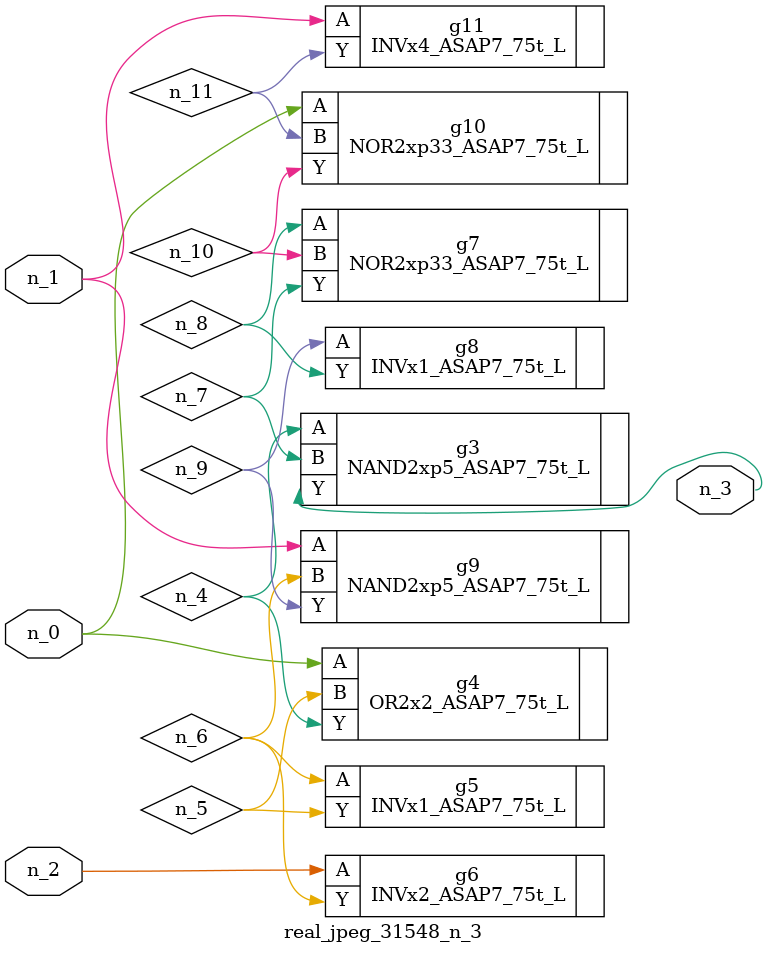
<source format=v>
module real_jpeg_31548_n_3 (n_1, n_0, n_2, n_3);

input n_1;
input n_0;
input n_2;

output n_3;

wire n_5;
wire n_4;
wire n_8;
wire n_11;
wire n_6;
wire n_7;
wire n_10;
wire n_9;

OR2x2_ASAP7_75t_L g4 ( 
.A(n_0),
.B(n_5),
.Y(n_4)
);

NOR2xp33_ASAP7_75t_L g10 ( 
.A(n_0),
.B(n_11),
.Y(n_10)
);

NAND2xp5_ASAP7_75t_L g9 ( 
.A(n_1),
.B(n_6),
.Y(n_9)
);

INVx4_ASAP7_75t_L g11 ( 
.A(n_1),
.Y(n_11)
);

INVx2_ASAP7_75t_L g6 ( 
.A(n_2),
.Y(n_6)
);

NAND2xp5_ASAP7_75t_L g3 ( 
.A(n_4),
.B(n_7),
.Y(n_3)
);

INVx1_ASAP7_75t_L g5 ( 
.A(n_6),
.Y(n_5)
);

NOR2xp33_ASAP7_75t_L g7 ( 
.A(n_8),
.B(n_10),
.Y(n_7)
);

INVx1_ASAP7_75t_L g8 ( 
.A(n_9),
.Y(n_8)
);


endmodule
</source>
